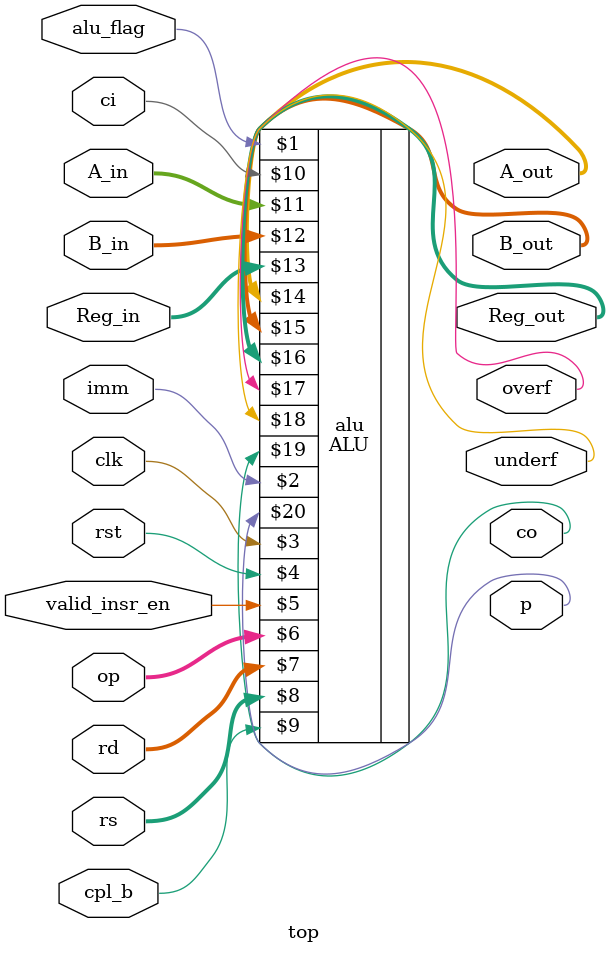
<source format=v>
`timescale 1ns / 1ps

module top(
	input wire alu_flag, imm,
    input wire clk, rst,
    input wire valid_insr_en,          // enable instrution register load
    input wire [3:0] op,         // operation
    input wire [7:0] rd,         // first register
    input wire [7:0] rs,         // second register
    input wire cpl_b,                  // register bit cpl (1 bit) 
    input wire ci,
    
    input wire [7:0] A_in,
    input wire [7:0] B_in,
    input wire [7:0] Reg_in,


    output wire [7:0] A_out,
    output wire [7:0] B_out,
    output wire [7:0] Reg_out,    
    
    output wire overf,
    output wire underf,
    output wire co,
    output wire p

    );


ALU alu( alu_flag, imm, clk, rst, valid_insr_en, op, rd, rs, cpl_b, ci,
            A_in, B_in, Reg_in, A_out, B_out, Reg_out, overf, underf,
            co, p);
endmodule

</source>
